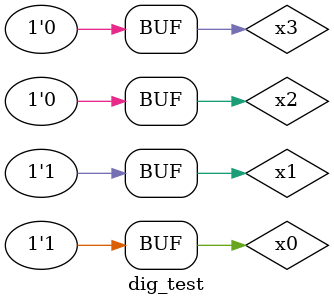
<source format=v>
`timescale 1ns / 1ps


module dig_test;

	// Inputs
	reg x0;
	reg x1;
	reg x2;
	reg x3;

	// Outputs
	wire a;
	wire b;
	wire c;
	wire d;
	wire e;
	wire f;
	wire g;

	// Instantiate the Unit Under Test (UUT)
	dig uut (
		.a(a), 
		.b(b), 
		.c(c), 
		.d(d), 
		.e(e), 
		.f(f), 
		.g(g), 
		.x0(x0), 
		.x1(x1), 
		.x2(x2), 
		.x3(x3)
	);

	initial begin
		// Initialize Inputs
		x0 = 0;
		x1 = 0;
		x2 = 0;
		x3 = 0;

		#10 x0=1;
		#10 x1=1;
		

	end
	
      
endmodule


</source>
